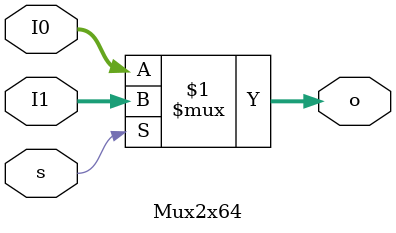
<source format=v>
`timescale 1ns / 1ps

module Mux2x64(
    input   [63:0]  I0,
    input   [63:0]  I1,
    input           s,
    output  [63:0]  o
);
    assign o = s ? I1 : I0;
endmodule
</source>
